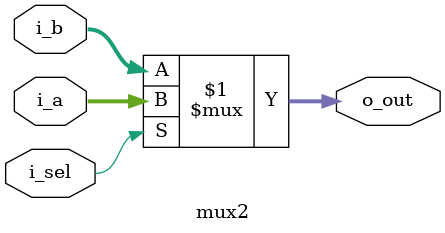
<source format=v>

/* 2x1 multiplexer */
module mux2 #(
    parameter DATA_WIDTH = 36
) (
    input [DATA_WIDTH-1:0] i_a, 
    input [DATA_WIDTH-1:0]i_b, 
    input i_sel, 
    output [DATA_WIDTH-1:0] o_out
);

assign o_out = i_sel ? i_a : i_b;

endmodule
</source>
